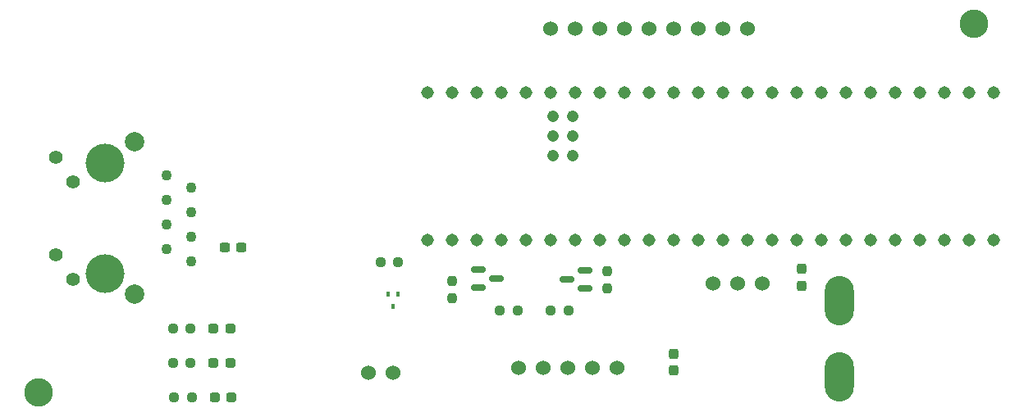
<source format=gbr>
%TF.GenerationSoftware,KiCad,Pcbnew,7.0.7*%
%TF.CreationDate,2024-03-26T15:49:53-05:00*%
%TF.ProjectId,InstrumentsBoard,496e7374-7275-46d6-956e-7473426f6172,rev?*%
%TF.SameCoordinates,Original*%
%TF.FileFunction,Soldermask,Top*%
%TF.FilePolarity,Negative*%
%FSLAX46Y46*%
G04 Gerber Fmt 4.6, Leading zero omitted, Abs format (unit mm)*
G04 Created by KiCad (PCBNEW 7.0.7) date 2024-03-26 15:49:53*
%MOMM*%
%LPD*%
G01*
G04 APERTURE LIST*
G04 Aperture macros list*
%AMRoundRect*
0 Rectangle with rounded corners*
0 $1 Rounding radius*
0 $2 $3 $4 $5 $6 $7 $8 $9 X,Y pos of 4 corners*
0 Add a 4 corners polygon primitive as box body*
4,1,4,$2,$3,$4,$5,$6,$7,$8,$9,$2,$3,0*
0 Add four circle primitives for the rounded corners*
1,1,$1+$1,$2,$3*
1,1,$1+$1,$4,$5*
1,1,$1+$1,$6,$7*
1,1,$1+$1,$8,$9*
0 Add four rect primitives between the rounded corners*
20,1,$1+$1,$2,$3,$4,$5,0*
20,1,$1+$1,$4,$5,$6,$7,0*
20,1,$1+$1,$6,$7,$8,$9,0*
20,1,$1+$1,$8,$9,$2,$3,0*%
G04 Aperture macros list end*
%ADD10RoundRect,0.237500X0.237500X-0.250000X0.237500X0.250000X-0.237500X0.250000X-0.237500X-0.250000X0*%
%ADD11O,3.000000X5.100000*%
%ADD12C,1.100000*%
%ADD13C,1.400000*%
%ADD14C,4.000000*%
%ADD15C,2.000000*%
%ADD16RoundRect,0.237500X-0.287500X-0.237500X0.287500X-0.237500X0.287500X0.237500X-0.287500X0.237500X0*%
%ADD17C,1.524000*%
%ADD18RoundRect,0.237500X-0.237500X0.300000X-0.237500X-0.300000X0.237500X-0.300000X0.237500X0.300000X0*%
%ADD19RoundRect,0.237500X0.250000X0.237500X-0.250000X0.237500X-0.250000X-0.237500X0.250000X-0.237500X0*%
%ADD20C,2.946400*%
%ADD21RoundRect,0.237500X-0.237500X0.250000X-0.237500X-0.250000X0.237500X-0.250000X0.237500X0.250000X0*%
%ADD22RoundRect,0.150000X0.587500X0.150000X-0.587500X0.150000X-0.587500X-0.150000X0.587500X-0.150000X0*%
%ADD23RoundRect,0.237500X-0.300000X-0.237500X0.300000X-0.237500X0.300000X0.237500X-0.300000X0.237500X0*%
%ADD24C,1.308000*%
%ADD25C,1.208000*%
%ADD26RoundRect,0.150000X-0.587500X-0.150000X0.587500X-0.150000X0.587500X0.150000X-0.587500X0.150000X0*%
%ADD27RoundRect,0.237500X-0.250000X-0.237500X0.250000X-0.237500X0.250000X0.237500X-0.250000X0.237500X0*%
%ADD28R,0.400000X0.510000*%
G04 APERTURE END LIST*
D10*
%TO.C,R6*%
X87122000Y-58579500D03*
X87122000Y-56754500D03*
%TD*%
D11*
%TO.C,Conn1*%
X111062800Y-67691000D03*
X111062800Y-59817000D03*
%TD*%
D12*
%TO.C,J1*%
X41604500Y-46863000D03*
X44144500Y-48133000D03*
X41604500Y-49403000D03*
X44144500Y-50673000D03*
X41604500Y-51943000D03*
X44144500Y-53213000D03*
X41604500Y-54483000D03*
X44144500Y-55753000D03*
D13*
X30174500Y-44983000D03*
X31964500Y-47523000D03*
X30174500Y-55093000D03*
X31964500Y-57633000D03*
D14*
X35254500Y-45593000D03*
X35254500Y-57023000D03*
D15*
X38304500Y-43433000D03*
X38304500Y-59183000D03*
%TD*%
D16*
%TO.C,D2*%
X46510000Y-66294000D03*
X48260000Y-66294000D03*
%TD*%
D17*
%TO.C,U2*%
X98044000Y-58039000D03*
X100584000Y-58039000D03*
X103124000Y-58039000D03*
%TD*%
D18*
%TO.C,C2*%
X107188000Y-56541500D03*
X107188000Y-58266500D03*
%TD*%
D17*
%TO.C,Conn4*%
X81280000Y-31750000D03*
X83820000Y-31750000D03*
X86360000Y-31750000D03*
X88900000Y-31750000D03*
X91440000Y-31750000D03*
X93980000Y-31750000D03*
X96520000Y-31750000D03*
X99060000Y-31750000D03*
X101600000Y-31750000D03*
%TD*%
%TO.C,Conn5*%
X65024000Y-67310000D03*
X62484000Y-67310000D03*
%TD*%
D18*
%TO.C,C3*%
X93980000Y-65331000D03*
X93980000Y-67056000D03*
%TD*%
D17*
%TO.C,Conn2*%
X88138000Y-66802000D03*
X85598000Y-66802000D03*
X83058000Y-66802000D03*
X80518000Y-66802000D03*
X77978000Y-66802000D03*
%TD*%
D16*
%TO.C,D1*%
X46510000Y-62738000D03*
X48260000Y-62738000D03*
%TD*%
D19*
%TO.C,R5*%
X44243000Y-69850000D03*
X42418000Y-69850000D03*
%TD*%
D20*
%TO.C,V2*%
X124968000Y-31242000D03*
%TD*%
D19*
%TO.C,R8*%
X65532000Y-55880000D03*
X63707000Y-55880000D03*
%TD*%
D21*
%TO.C,R7*%
X71120000Y-57770500D03*
X71120000Y-59595500D03*
%TD*%
D22*
%TO.C,Q1*%
X84836000Y-58551000D03*
X84836000Y-56651000D03*
X82961000Y-57601000D03*
%TD*%
D23*
%TO.C,C1*%
X47651500Y-54356000D03*
X49376500Y-54356000D03*
%TD*%
D24*
%TO.C,U1*%
X71120000Y-53594000D03*
X73660000Y-53594000D03*
X76200000Y-53594000D03*
X78740000Y-53594000D03*
X104140000Y-53594000D03*
X73660000Y-38354000D03*
X81280000Y-53594000D03*
X83820000Y-53594000D03*
X86360000Y-53594000D03*
X88900000Y-53594000D03*
X91440000Y-53594000D03*
X93980000Y-53594000D03*
X96520000Y-53594000D03*
X99060000Y-53594000D03*
X101600000Y-53594000D03*
X101600000Y-38354000D03*
X99060000Y-38354000D03*
X96520000Y-38354000D03*
X93980000Y-38354000D03*
X91440000Y-38354000D03*
X88900000Y-38354000D03*
X86360000Y-38354000D03*
X83820000Y-38354000D03*
X81280000Y-38354000D03*
X78740000Y-38354000D03*
X76200000Y-38354000D03*
X106680000Y-53594000D03*
X109220000Y-53594000D03*
X111760000Y-53594000D03*
X114300000Y-53594000D03*
X116840000Y-53594000D03*
X119380000Y-53594000D03*
X121920000Y-53594000D03*
X124460000Y-53594000D03*
X127000000Y-53594000D03*
X127000000Y-38354000D03*
X124460000Y-38354000D03*
X121920000Y-38354000D03*
X119380000Y-38354000D03*
X116840000Y-38354000D03*
X114300000Y-38354000D03*
X111760000Y-38354000D03*
X109220000Y-38354000D03*
X106680000Y-38354000D03*
X68580000Y-53594000D03*
X104140000Y-38354000D03*
X71120000Y-38354000D03*
D25*
X83550000Y-42804000D03*
X81550000Y-42804000D03*
X81550000Y-40804000D03*
X83550000Y-40804000D03*
X83550000Y-44804000D03*
X81550000Y-44804000D03*
D24*
X68580000Y-38354000D03*
%TD*%
D19*
%TO.C,R3*%
X44130000Y-62738000D03*
X42305000Y-62738000D03*
%TD*%
%TO.C,R4*%
X44130000Y-66293934D03*
X42305000Y-66293934D03*
%TD*%
D16*
%TO.C,D3*%
X46623000Y-69850000D03*
X48373000Y-69850000D03*
%TD*%
D26*
%TO.C,Q2*%
X73817000Y-56585000D03*
X73817000Y-58485000D03*
X75692000Y-57535000D03*
%TD*%
D20*
%TO.C,V1*%
X28448000Y-69342000D03*
%TD*%
D27*
%TO.C,R2*%
X76049500Y-60837000D03*
X77874500Y-60837000D03*
%TD*%
D28*
%TO.C,Q3*%
X65524000Y-59123500D03*
X64524000Y-59123500D03*
X65024000Y-60413500D03*
%TD*%
D19*
%TO.C,R1*%
X83105122Y-60837000D03*
X81280122Y-60837000D03*
%TD*%
M02*

</source>
